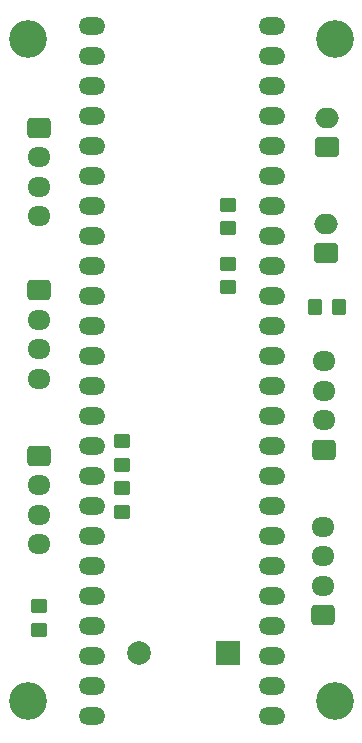
<source format=gbr>
%TF.GenerationSoftware,KiCad,Pcbnew,8.0.8*%
%TF.CreationDate,2025-02-07T05:57:41-05:00*%
%TF.ProjectId,mcu-board,6d63752d-626f-4617-9264-2e6b69636164,rev?*%
%TF.SameCoordinates,Original*%
%TF.FileFunction,Soldermask,Bot*%
%TF.FilePolarity,Negative*%
%FSLAX46Y46*%
G04 Gerber Fmt 4.6, Leading zero omitted, Abs format (unit mm)*
G04 Created by KiCad (PCBNEW 8.0.8) date 2025-02-07 05:57:41*
%MOMM*%
%LPD*%
G01*
G04 APERTURE LIST*
G04 Aperture macros list*
%AMRoundRect*
0 Rectangle with rounded corners*
0 $1 Rounding radius*
0 $2 $3 $4 $5 $6 $7 $8 $9 X,Y pos of 4 corners*
0 Add a 4 corners polygon primitive as box body*
4,1,4,$2,$3,$4,$5,$6,$7,$8,$9,$2,$3,0*
0 Add four circle primitives for the rounded corners*
1,1,$1+$1,$2,$3*
1,1,$1+$1,$4,$5*
1,1,$1+$1,$6,$7*
1,1,$1+$1,$8,$9*
0 Add four rect primitives between the rounded corners*
20,1,$1+$1,$2,$3,$4,$5,0*
20,1,$1+$1,$4,$5,$6,$7,0*
20,1,$1+$1,$6,$7,$8,$9,0*
20,1,$1+$1,$8,$9,$2,$3,0*%
G04 Aperture macros list end*
%ADD10RoundRect,0.250000X0.725000X-0.600000X0.725000X0.600000X-0.725000X0.600000X-0.725000X-0.600000X0*%
%ADD11O,1.950000X1.700000*%
%ADD12RoundRect,0.250000X0.750000X-0.600000X0.750000X0.600000X-0.750000X0.600000X-0.750000X-0.600000X0*%
%ADD13O,2.000000X1.700000*%
%ADD14C,3.200000*%
%ADD15RoundRect,0.250000X-0.725000X0.600000X-0.725000X-0.600000X0.725000X-0.600000X0.725000X0.600000X0*%
%ADD16O,2.250000X1.500000*%
%ADD17RoundRect,0.250000X-0.450000X0.350000X-0.450000X-0.350000X0.450000X-0.350000X0.450000X0.350000X0*%
%ADD18R,2.000000X2.000000*%
%ADD19C,2.000000*%
%ADD20RoundRect,0.250000X0.350000X0.450000X-0.350000X0.450000X-0.350000X-0.450000X0.350000X-0.450000X0*%
G04 APERTURE END LIST*
D10*
%TO.C,J8*%
X177000000Y-91750000D03*
D11*
X177000000Y-89250000D03*
X177000000Y-86750000D03*
X177000000Y-84250000D03*
%TD*%
D12*
%TO.C,J3*%
X177250000Y-61125000D03*
D13*
X177250000Y-58625000D03*
%TD*%
D10*
%TO.C,J1*%
X177125000Y-77750000D03*
D11*
X177125000Y-75250000D03*
X177125000Y-72750000D03*
X177125000Y-70250000D03*
%TD*%
D12*
%TO.C,J4*%
X177325000Y-52125000D03*
D13*
X177325000Y-49625000D03*
%TD*%
D14*
%TO.C,H3*%
X178000000Y-43000000D03*
%TD*%
D15*
%TO.C,J6*%
X153000000Y-50500000D03*
D11*
X153000000Y-53000000D03*
X153000000Y-55500000D03*
X153000000Y-58000000D03*
%TD*%
D15*
%TO.C,J2*%
X153000000Y-78250000D03*
D11*
X153000000Y-80750000D03*
X153000000Y-83250000D03*
X153000000Y-85750000D03*
%TD*%
D14*
%TO.C,H4*%
X152000000Y-43000000D03*
%TD*%
D15*
%TO.C,J7*%
X153000000Y-64250000D03*
D11*
X153000000Y-66750000D03*
X153000000Y-69250000D03*
X153000000Y-71750000D03*
%TD*%
D14*
%TO.C,H1*%
X152000000Y-99000000D03*
%TD*%
D16*
%TO.C,Teensy4.2*%
X157480000Y-41910000D03*
X157480000Y-44450000D03*
X157480000Y-46990000D03*
X157480000Y-49530000D03*
X157480000Y-52070000D03*
X157480000Y-54610000D03*
X157480000Y-57150000D03*
X157480000Y-59690000D03*
X157480000Y-62230000D03*
X157480000Y-64770000D03*
X157480000Y-67310000D03*
X157480000Y-69850000D03*
X157480000Y-72390000D03*
X157480000Y-74930000D03*
X157480000Y-77470000D03*
X157480000Y-80010000D03*
X157480000Y-82550000D03*
X157480000Y-85090000D03*
X157480000Y-87630000D03*
X157480000Y-90170000D03*
X157480000Y-92710000D03*
X157480000Y-95250000D03*
X157480000Y-97790000D03*
X157480000Y-100330000D03*
X172720000Y-100330000D03*
X172720000Y-97790000D03*
X172720000Y-95250000D03*
X172720000Y-92710000D03*
X172720000Y-90170000D03*
X172720000Y-87630000D03*
X172720000Y-85090000D03*
X172720000Y-82550000D03*
X172720000Y-80010000D03*
X172720000Y-77470000D03*
X172720000Y-74930000D03*
X172720000Y-72390000D03*
X172720000Y-69850000D03*
X172720000Y-67310000D03*
X172720000Y-64770000D03*
X172720000Y-62230000D03*
X172720000Y-59690000D03*
X172720000Y-57150000D03*
X172720000Y-54610000D03*
X172720000Y-52070000D03*
X172720000Y-49530000D03*
X172720000Y-46990000D03*
X172720000Y-44450000D03*
X172720000Y-41910000D03*
%TD*%
D14*
%TO.C,H2*%
X178000000Y-99000000D03*
%TD*%
D17*
%TO.C,R1*%
X169000000Y-62000000D03*
X169000000Y-64000000D03*
%TD*%
%TO.C,R2*%
X169000000Y-57000000D03*
X169000000Y-59000000D03*
%TD*%
D18*
%TO.C,BZ1*%
X169000000Y-95000000D03*
D19*
X161399999Y-95000000D03*
%TD*%
D17*
%TO.C,R3*%
X160000000Y-81000000D03*
X160000000Y-83000000D03*
%TD*%
%TO.C,R4*%
X160000000Y-77000000D03*
X160000000Y-79000000D03*
%TD*%
D20*
%TO.C,R5*%
X178375000Y-65625000D03*
X176375000Y-65625000D03*
%TD*%
D17*
%TO.C,R6*%
X153000000Y-91000000D03*
X153000000Y-93000000D03*
%TD*%
M02*

</source>
